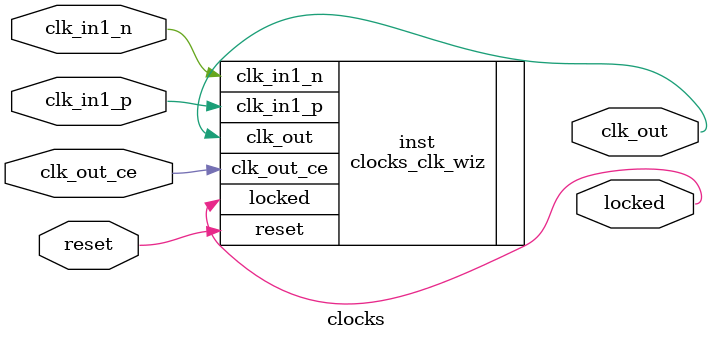
<source format=v>


`timescale 1ps/1ps

(* CORE_GENERATION_INFO = "clocks,clk_wiz_v6_0_6_0_0,{component_name=clocks,use_phase_alignment=false,use_min_o_jitter=false,use_max_i_jitter=false,use_dyn_phase_shift=false,use_inclk_switchover=false,use_dyn_reconfig=false,enable_axi=0,feedback_source=FDBK_ONCHIP,PRIMITIVE=MMCM,num_out_clk=1,clkin1_period=8.000,clkin2_period=10.000,use_power_down=false,use_reset=true,use_locked=true,use_inclk_stopped=false,feedback_type=SINGLE,CLOCK_MGR_TYPE=NA,manual_override=false}" *)

module clocks 
 (
  // Clock out ports
  input         clk_out_ce,
  output        clk_out,
  // Status and control signals
  input         reset,
  output        locked,
 // Clock in ports
  input         clk_in1_p,
  input         clk_in1_n
 );



  clocks_clk_wiz inst
  (
  // Clock out ports  
  .clk_out_ce(clk_out_ce),
  .clk_out(clk_out),
  // Status and control signals               
  .reset(reset), 
  .locked(locked),
 // Clock in ports
  .clk_in1_p(clk_in1_p),
  .clk_in1_n(clk_in1_n)
  );

endmodule


//#<copyright-disclaimer-start>
//#  ************************************************************************************************************
//#  * © Copyright 2023 Xilinx, Inc. All rights reserved.                                                       *
//#  * This file contains confidential and proprietary information of Xilinx, Inc. and                          *
//#  * is protected under U.S. and international copyright and other intellectual property laws.                *
//#  * DISCLAIMER                                                                                               *
//#  * This disclaimer is not a license and does not grant any rights to the materials distributed              *
//#  * herewith. Except as otherwise provided in a valid license issued to you by Xilinx, and to the            *
//#  * maximum extent permitted by applicable law: (1) THESE MATERIALS ARE MADE AVAILABLE "AS IS"               *
//#  * AND WITH ALL FAULTS, AND XILINX HEREBY DISCLAIMS ALL WARRANTIES AND CONDITIONS, EXPRESS,                 *
//#  * IMPLIED, OR STATUTORY, INCLUDING BUT NOT LIMITED TO WARRANTIES OF MERCHANTABILITY, NON-INFRINGEMENT,     *
//#  * OR FITNESS FOR ANY PARTICULAR PURPOSE; and (2) Xilinx shall not be liable (whether in contract or tort,  *
//#  * including negligence, or under any other theory of liability) for any loss or damage of any kind or      *
//#  * nature related to, arising under or in connection with these materials, including for any direct, or     *
//#  * any indirect, special, incidental, or consequential loss or damage (including loss of data, profits,     *
//#  * goodwill, or any type of loss or damage suffered as a result of any action brought by a third party)     *
//#  * even if such damage or loss was reasonably foreseeable or Xilinx had been advised of the possibility     *
//#  * of the same.                                                                                             *
//#  * CRITICAL APPLICATIONS                                                                                    *
//#  * Xilinx products are not designed or intended to be fail-safe, or for use in any application requiring    *
//#  * fail-safe performance, such as life-support or safety devices or systems, Class III medical devices,     *
//#  * nuclear facilities, applications related to the deployment of airbags, or any other applications that    *
//#  * could lead to death, personal injury, or severe property or environmental damage (individually and       *
//#  * collectively, "Critical Applications"). Customer assumes the sole risk and liability of any use of       *
//#  * Xilinx products in Critical Applications, subject only to applicable laws and regulations governing      *
//#  * limitations on product liability.                                                                        *
//#  * THIS COPYRIGHT NOTICE AND DISCLAIMER MUST BE RETAINED AS PART OF THIS FILE AT ALL TIMES.                 *
//#  *                                                                                                          *
//#  ************************************************************************************************************
//#<copyright-disclaimer-end>
</source>
